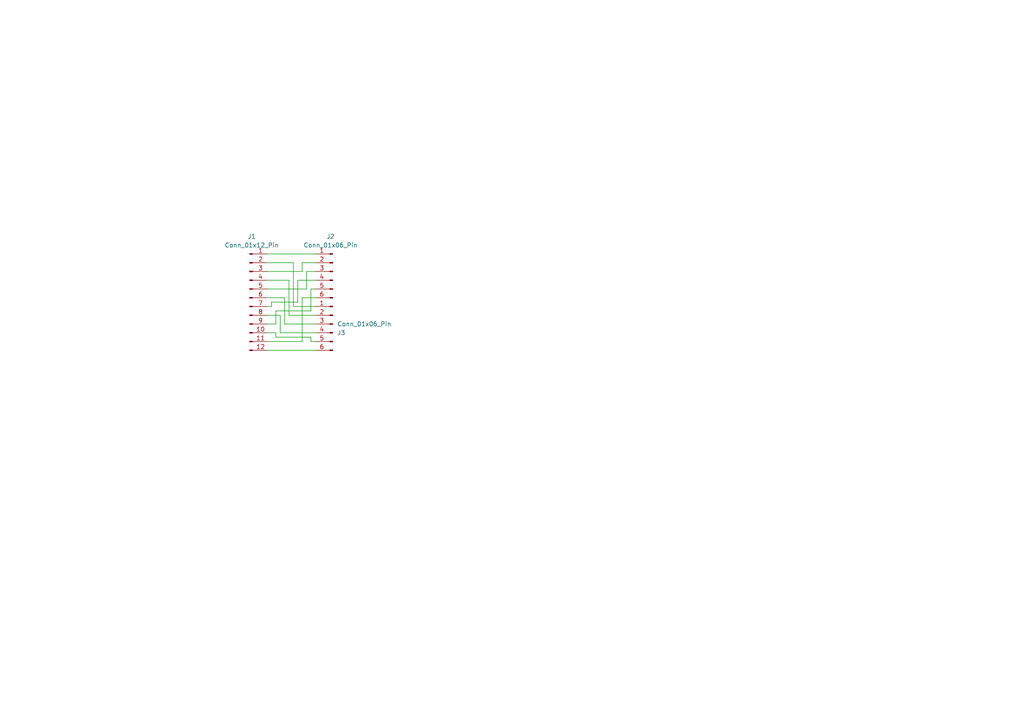
<source format=kicad_sch>
(kicad_sch (version 20231120) (generator "eeschema") (generator_version "8.0")
  (paper "A4")
  (title_block (title "Sx1278 Breakout Board") (date "2024-07-31") (rev "1.0") (company "Leandro Zabala"))
  (lib_symbols
    (symbol "Connector:Conn_01x06_Pin" (pin_names (offset 1.016) hide)
      (property "Reference" "J" (at 0 7.62 0))
      (property "Value" "Conn_01x06_Pin" (at 0 -10.16 0))
      (symbol "Conn_01x06_Pin_1_1"
        (polyline (pts (xy 1.27 -7.62) (xy 0.8636 -7.62)) (stroke (width 0.1524)))
        (polyline (pts (xy 1.27 -5.08) (xy 0.8636 -5.08)) (stroke (width 0.1524)))
        (polyline (pts (xy 1.27 -2.54) (xy 0.8636 -2.54)) (stroke (width 0.1524)))
        (polyline (pts (xy 1.27 0) (xy 0.8636 0)) (stroke (width 0.1524)))
        (polyline (pts (xy 1.27 2.54) (xy 0.8636 2.54)) (stroke (width 0.1524)))
        (polyline (pts (xy 1.27 5.08) (xy 0.8636 5.08)) (stroke (width 0.1524)))
        (rectangle (start 0.8636 -7.493) (end 0 -7.747) (stroke (width 0.1524)) (fill (type outline)))
        (rectangle (start 0.8636 -4.953) (end 0 -5.207) (stroke (width 0.1524)) (fill (type outline)))
        (rectangle (start 0.8636 -2.413) (end 0 -2.667) (stroke (width 0.1524)) (fill (type outline)))
        (rectangle (start 0.8636 0.127) (end 0 -0.127) (stroke (width 0.1524)) (fill (type outline)))
        (rectangle (start 0.8636 2.667) (end 0 2.413) (stroke (width 0.1524)) (fill (type outline)))
        (rectangle (start 0.8636 5.207) (end 0 4.953) (stroke (width 0.1524)) (fill (type outline)))
        (pin passive line (at 5.08 5.08 180) (length 3.81) (name "Pin_1") (number "1"))
        (pin passive line (at 5.08 2.54 180) (length 3.81) (name "Pin_2") (number "2"))
        (pin passive line (at 5.08 0 180) (length 3.81) (name "Pin_3") (number "3"))
        (pin passive line (at 5.08 -2.54 180) (length 3.81) (name "Pin_4") (number "4"))
        (pin passive line (at 5.08 -5.08 180) (length 3.81) (name "Pin_5") (number "5"))
        (pin passive line (at 5.08 -7.62 180) (length 3.81) (name "Pin_6") (number "6"))
      )
    )
    (symbol "Connector:Conn_01x12_Pin" (pin_names (offset 1.016) hide)
      (property "Reference" "J" (at 0 15.24 0))
      (property "Value" "Conn_01x12_Pin" (at 0 -17.78 0))
      (symbol "Conn_01x12_Pin_1_1"
        (polyline (pts (xy 1.27 -15.24) (xy 0.8636 -15.24)) (stroke (width 0.1524)))
        (polyline (pts (xy 1.27 -12.7) (xy 0.8636 -12.7)) (stroke (width 0.1524)))
        (polyline (pts (xy 1.27 -10.16) (xy 0.8636 -10.16)) (stroke (width 0.1524)))
        (polyline (pts (xy 1.27 -7.62) (xy 0.8636 -7.62)) (stroke (width 0.1524)))
        (polyline (pts (xy 1.27 -5.08) (xy 0.8636 -5.08)) (stroke (width 0.1524)))
        (polyline (pts (xy 1.27 -2.54) (xy 0.8636 -2.54)) (stroke (width 0.1524)))
        (polyline (pts (xy 1.27 0) (xy 0.8636 0)) (stroke (width 0.1524)))
        (polyline (pts (xy 1.27 2.54) (xy 0.8636 2.54)) (stroke (width 0.1524)))
        (polyline (pts (xy 1.27 5.08) (xy 0.8636 5.08)) (stroke (width 0.1524)))
        (polyline (pts (xy 1.27 7.62) (xy 0.8636 7.62)) (stroke (width 0.1524)))
        (polyline (pts (xy 1.27 10.16) (xy 0.8636 10.16)) (stroke (width 0.1524)))
        (polyline (pts (xy 1.27 12.7) (xy 0.8636 12.7)) (stroke (width 0.1524)))
        (rectangle (start 0.8636 -15.113) (end 0 -15.367) (stroke (width 0.1524)) (fill (type outline)))
        (rectangle (start 0.8636 -12.573) (end 0 -12.827) (stroke (width 0.1524)) (fill (type outline)))
        (rectangle (start 0.8636 -10.033) (end 0 -10.287) (stroke (width 0.1524)) (fill (type outline)))
        (rectangle (start 0.8636 -7.493) (end 0 -7.747) (stroke (width 0.1524)) (fill (type outline)))
        (rectangle (start 0.8636 -4.953) (end 0 -5.207) (stroke (width 0.1524)) (fill (type outline)))
        (rectangle (start 0.8636 -2.413) (end 0 -2.667) (stroke (width 0.1524)) (fill (type outline)))
        (rectangle (start 0.8636 0.127) (end 0 -0.127) (stroke (width 0.1524)) (fill (type outline)))
        (rectangle (start 0.8636 2.667) (end 0 2.413) (stroke (width 0.1524)) (fill (type outline)))
        (rectangle (start 0.8636 5.207) (end 0 4.953) (stroke (width 0.1524)) (fill (type outline)))
        (rectangle (start 0.8636 7.747) (end 0 7.493) (stroke (width 0.1524)) (fill (type outline)))
        (rectangle (start 0.8636 10.287) (end 0 10.033) (stroke (width 0.1524)) (fill (type outline)))
        (rectangle (start 0.8636 12.827) (end 0 12.573) (stroke (width 0.1524)) (fill (type outline)))
        (pin passive line (at 5.08 12.7 180) (length 3.81) (name "Pin_1") (number "1"))
        (pin passive line (at 5.08 -10.16 180) (length 3.81) (name "Pin_10") (number "10"))
        (pin passive line (at 5.08 -12.7 180) (length 3.81) (name "Pin_11") (number "11"))
        (pin passive line (at 5.08 -15.24 180) (length 3.81) (name "Pin_12") (number "12"))
        (pin passive line (at 5.08 10.16 180) (length 3.81) (name "Pin_2") (number "2"))
        (pin passive line (at 5.08 7.62 180) (length 3.81) (name "Pin_3") (number "3"))
        (pin passive line (at 5.08 5.08 180) (length 3.81) (name "Pin_4") (number "4"))
        (pin passive line (at 5.08 2.54 180) (length 3.81) (name "Pin_5") (number "5"))
        (pin passive line (at 5.08 0 180) (length 3.81) (name "Pin_6") (number "6"))
        (pin passive line (at 5.08 -2.54 180) (length 3.81) (name "Pin_7") (number "7"))
        (pin passive line (at 5.08 -5.08 180) (length 3.81) (name "Pin_8") (number "8"))
        (pin passive line (at 5.08 -7.62 180) (length 3.81) (name "Pin_9") (number "9"))
      )
    )
  )
  (wire (pts (xy 88.9 83.82) (xy 88.9 78.74)))
  (wire (pts (xy 90.17 97.79) (xy 90.17 99.06)))
  (wire (pts (xy 77.47 91.44) (xy 81.28 91.44)))
  (wire (pts (xy 81.28 96.52) (xy 91.44 96.52)))
  (wire (pts (xy 77.47 96.52) (xy 80.01 96.52)))
  (wire (pts (xy 77.47 99.06) (xy 87.63 99.06)))
  (wire (pts (xy 82.55 86.36) (xy 82.55 93.98)))
  (wire (pts (xy 80.01 93.98) (xy 80.01 90.17)))
  (wire (pts (xy 86.36 81.28) (xy 86.36 87.63)))
  (wire (pts (xy 87.63 76.2) (xy 91.44 76.2)))
  (wire (pts (xy 82.55 93.98) (xy 91.44 93.98)))
  (wire (pts (xy 77.47 86.36) (xy 82.55 86.36)))
  (wire (pts (xy 80.01 90.17) (xy 90.17 90.17)))
  (wire (pts (xy 87.63 78.74) (xy 87.63 76.2)))
  (wire (pts (xy 80.01 97.79) (xy 90.17 97.79)))
  (wire (pts (xy 77.47 81.28) (xy 83.82 81.28)))
  (wire (pts (xy 90.17 83.82) (xy 91.44 83.82)))
  (wire (pts (xy 81.28 91.44) (xy 81.28 96.52)))
  (wire (pts (xy 78.74 87.63) (xy 86.36 87.63)))
  (wire (pts (xy 83.82 81.28) (xy 83.82 91.44)))
  (wire (pts (xy 85.09 88.9) (xy 91.44 88.9)))
  (wire (pts (xy 77.47 78.74) (xy 87.63 78.74)))
  (wire (pts (xy 77.47 88.9) (xy 78.74 88.9)))
  (wire (pts (xy 77.47 93.98) (xy 80.01 93.98)))
  (wire (pts (xy 77.47 76.2) (xy 85.09 76.2)))
  (wire (pts (xy 87.63 86.36) (xy 87.63 99.06)))
  (wire (pts (xy 80.01 96.52) (xy 80.01 97.79)))
  (wire (pts (xy 83.82 91.44) (xy 91.44 91.44)))
  (wire (pts (xy 77.47 73.66) (xy 91.44 73.66)))
  (wire (pts (xy 78.74 88.9) (xy 78.74 87.63)))
  (wire (pts (xy 91.44 86.36) (xy 87.63 86.36)))
  (wire (pts (xy 77.47 101.6) (xy 91.44 101.6)))
  (wire (pts (xy 91.44 81.28) (xy 86.36 81.28)))
  (wire (pts (xy 88.9 78.74) (xy 91.44 78.74)))
  (wire (pts (xy 77.47 83.82) (xy 88.9 83.82)))
  (wire (pts (xy 85.09 76.2) (xy 85.09 88.9)))
  (wire (pts (xy 90.17 90.17) (xy 90.17 83.82)))
  (wire (pts (xy 90.17 99.06) (xy 91.44 99.06)))
  (symbol (lib_id "Connector:Conn_01x06_Pin") (at 96.52 78.74 0) (mirror y) (unit 1)
    (property "Reference" "J2" (at 95.885 68.58 0))
    (property "Value" "Conn_01x06_Pin" (at 95.885 71.12 0))
    (property "Footprint" "Connector_PinSocket_2.54mm:PinSocket_1x06_P2.54mm_Vertical" (effects (hide yes)))
  )
  (symbol (lib_id "Connector:Conn_01x06_Pin") (at 96.52 93.98 0) (mirror y) (unit 1)
    (property "Reference" "J3" (at 97.79 96.52 0) (effects (justify right)))
    (property "Value" "Conn_01x06_Pin" (at 97.79 93.98 0) (effects (justify right)))
    (property "Footprint" "Connector_PinSocket_2.54mm:PinSocket_1x06_P2.54mm_Vertical" (effects (hide yes)))
  )
  (symbol (lib_id "Connector:Conn_01x12_Pin") (at 72.39 86.36 0) (unit 1)
    (property "Reference" "J1" (at 73.025 68.58 0))
    (property "Value" "Conn_01x12_Pin" (at 73.025 71.12 0))
    (property "Footprint" "Connector_Edge:Connector_Edgex12x1.27mm" (effects (hide yes)))
  )
)
</source>
